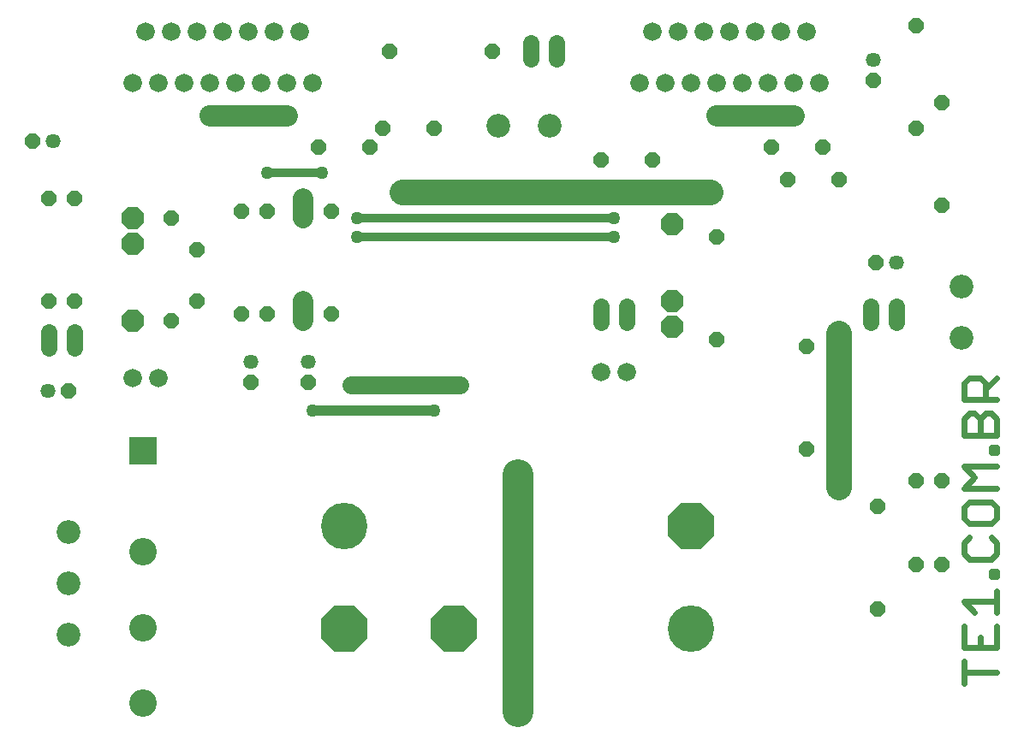
<source format=gtl>
G04 EAGLE Gerber RS-274X export*
G75*
%MOMM*%
%FSLAX34Y34*%
%LPD*%
%INTop Copper*%
%IPPOS*%
%AMOC8*
5,1,8,0,0,1.08239X$1,22.5*%
G01*
%ADD10C,0.584200*%
%ADD11C,1.828800*%
%ADD12C,2.340000*%
%ADD13C,4.597400*%
%ADD14P,4.976180X8X292.500000*%
%ADD15P,4.976180X8X112.500000*%
%ADD16P,1.583577X8X202.500000*%
%ADD17C,1.463037*%
%ADD18P,1.583577X8X112.500000*%
%ADD19P,1.583577X8X292.500000*%
%ADD20C,1.645919*%
%ADD21P,1.583577X8X22.500000*%
%ADD22P,2.336880X8X292.500000*%
%ADD23P,2.336880X8X112.500000*%
%ADD24C,2.011681*%
%ADD25R,2.718000X2.718000*%
%ADD26C,2.718000*%
%ADD27P,4.976180X8X22.500000*%
%ADD28C,1.270000*%
%ADD29C,1.524000*%
%ADD30C,1.778000*%
%ADD31C,1.016000*%
%ADD32C,0.812800*%
%ADD33C,3.048000*%
%ADD34C,2.540000*%
%ADD35C,2.032000*%
%ADD36C,2.540000*%
%ADD37C,2.082800*%


D10*
X981329Y70833D02*
X949043Y70833D01*
X949043Y60071D02*
X949043Y81595D01*
X949043Y95153D02*
X949043Y116677D01*
X949043Y95153D02*
X981329Y95153D01*
X981329Y116677D01*
X965186Y105915D02*
X965186Y95153D01*
X959805Y130235D02*
X949043Y140997D01*
X981329Y140997D01*
X981329Y130235D02*
X981329Y151759D01*
X981329Y165317D02*
X975948Y165317D01*
X975948Y170698D01*
X981329Y170698D01*
X981329Y165317D01*
X949043Y199001D02*
X954424Y204382D01*
X949043Y199001D02*
X949043Y188239D01*
X954424Y182858D01*
X975948Y182858D01*
X981329Y188239D01*
X981329Y199001D01*
X975948Y204382D01*
X949043Y223321D02*
X949043Y234083D01*
X949043Y223321D02*
X954424Y217940D01*
X975948Y217940D01*
X981329Y223321D01*
X981329Y234083D01*
X975948Y239464D01*
X954424Y239464D01*
X949043Y234083D01*
X949043Y253022D02*
X981329Y253022D01*
X959805Y263784D02*
X949043Y253022D01*
X959805Y263784D02*
X949043Y274546D01*
X981329Y274546D01*
X981329Y288104D02*
X975948Y288104D01*
X975948Y293485D01*
X981329Y293485D01*
X981329Y288104D01*
X981329Y305645D02*
X949043Y305645D01*
X949043Y321788D01*
X954424Y327168D01*
X959805Y327168D01*
X965186Y321788D01*
X970567Y327168D01*
X975948Y327168D01*
X981329Y321788D01*
X981329Y305645D01*
X965186Y305645D02*
X965186Y321788D01*
X981329Y340727D02*
X949043Y340727D01*
X949043Y356870D01*
X954424Y362250D01*
X965186Y362250D01*
X970567Y356870D01*
X970567Y340727D01*
X970567Y351489D02*
X981329Y362250D01*
D11*
X215900Y704850D03*
X228600Y654050D03*
X241300Y704850D03*
X254000Y654050D03*
X266700Y704850D03*
X279400Y654050D03*
X203200Y654050D03*
X190500Y704850D03*
X177800Y654050D03*
X165100Y704850D03*
X152400Y654050D03*
X292100Y704850D03*
X304800Y654050D03*
X139700Y704850D03*
X127000Y654050D03*
X717550Y704850D03*
X730250Y654050D03*
X742950Y704850D03*
X755650Y654050D03*
X768350Y704850D03*
X781050Y654050D03*
X704850Y654050D03*
X692150Y704850D03*
X679450Y654050D03*
X666750Y704850D03*
X654050Y654050D03*
X793750Y704850D03*
X806450Y654050D03*
X641350Y704850D03*
X628650Y654050D03*
D12*
X63305Y209355D03*
X63305Y158555D03*
X63305Y107755D03*
D13*
X336550Y215900D03*
D14*
X336550Y114300D03*
D13*
X679450Y114300D03*
D15*
X679450Y215900D03*
D16*
X27940Y596900D03*
D17*
X48260Y596900D03*
D18*
X69850Y438150D03*
X69850Y539750D03*
D19*
X44450Y539750D03*
X44450Y438150D03*
X165100Y520700D03*
X165100Y419100D03*
D18*
X901700Y609600D03*
X901700Y711200D03*
D19*
X927100Y635000D03*
X927100Y533400D03*
X704850Y501650D03*
X704850Y400050D03*
X323850Y527050D03*
X323850Y425450D03*
D18*
X260350Y425450D03*
X260350Y527050D03*
X234950Y425450D03*
X234950Y527050D03*
D11*
X152400Y361950D03*
X127000Y361950D03*
X590550Y368300D03*
X615950Y368300D03*
D20*
X857250Y417220D02*
X857250Y433680D01*
X882650Y433680D02*
X882650Y417220D01*
X69850Y408280D02*
X69850Y391820D01*
X44450Y391820D02*
X44450Y408280D01*
D19*
X300990Y358140D03*
D17*
X300990Y378460D03*
D21*
X63500Y349250D03*
D17*
X43180Y349250D03*
D19*
X243840Y358140D03*
D17*
X243840Y378460D03*
D16*
X862330Y476250D03*
D17*
X882650Y476250D03*
D21*
X381000Y685800D03*
X482600Y685800D03*
D19*
X859790Y656590D03*
D17*
X859790Y676910D03*
D20*
X520700Y677570D02*
X520700Y694030D01*
X546100Y694030D02*
X546100Y677570D01*
X615950Y433680D02*
X615950Y417220D01*
X590550Y417220D02*
X590550Y433680D01*
D12*
X947075Y401775D03*
X947075Y452575D03*
D21*
X374650Y609600D03*
X425450Y609600D03*
D22*
X660400Y514350D03*
X660400Y412750D03*
X660400Y438150D03*
D21*
X774700Y558800D03*
X825500Y558800D03*
D16*
X361950Y590550D03*
X311150Y590550D03*
D21*
X758825Y590550D03*
X809625Y590550D03*
D23*
X127000Y419100D03*
X127000Y520700D03*
X127000Y495300D03*
D24*
X295275Y438683D02*
X295275Y418567D01*
X295275Y520167D02*
X295275Y540283D01*
D12*
X488950Y612250D03*
X539750Y612250D03*
D21*
X901700Y260350D03*
X927100Y260350D03*
D16*
X927100Y177800D03*
X901700Y177800D03*
D18*
X863600Y133350D03*
X863600Y234950D03*
X793750Y292100D03*
X793750Y393700D03*
X190500Y438150D03*
X190500Y488950D03*
D21*
X590550Y577850D03*
X641350Y577850D03*
D25*
X137550Y290100D03*
D26*
X137550Y190100D03*
X137550Y115100D03*
X137550Y40100D03*
D27*
X444500Y114300D03*
D28*
X425450Y330200D03*
D29*
X342900Y355600D03*
D30*
X450850Y355600D01*
D29*
X450850Y355600D03*
D28*
X304800Y330200D03*
D31*
X425450Y330200D01*
D28*
X349250Y501650D03*
D32*
X603250Y501650D01*
D28*
X603250Y501650D03*
X603250Y520700D03*
D32*
X349250Y520700D01*
D28*
X349250Y520700D03*
X314325Y565150D03*
D32*
X260350Y565150D01*
D28*
X260350Y565150D03*
D33*
X508000Y266700D02*
X508000Y31750D01*
D34*
X508000Y266700D03*
X508000Y31750D03*
D35*
X825500Y406400D03*
D36*
X825500Y254000D01*
D35*
X825500Y254000D03*
X203200Y622300D03*
X279400Y622300D03*
D37*
X203200Y622300D01*
D35*
X781050Y622300D03*
D37*
X704850Y622300D01*
D35*
X704850Y622300D03*
D36*
X698500Y546100D02*
X393700Y546100D01*
D35*
X698500Y546100D03*
X393700Y546100D03*
M02*

</source>
